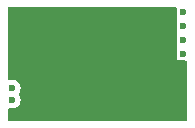
<source format=gbl>
G04 #@! TF.GenerationSoftware,KiCad,Pcbnew,7.0.7*
G04 #@! TF.CreationDate,2023-09-08T07:57:39+03:00*
G04 #@! TF.ProjectId,hellen1-vr-max9924,68656c6c-656e-4312-9d76-722d6d617839,rev?*
G04 #@! TF.SameCoordinates,PX4a19ba0PY5aa5910*
G04 #@! TF.FileFunction,Copper,L4,Bot*
G04 #@! TF.FilePolarity,Positive*
%FSLAX46Y46*%
G04 Gerber Fmt 4.6, Leading zero omitted, Abs format (unit mm)*
G04 Created by KiCad (PCBNEW 7.0.7) date 2023-09-08 07:57:39*
%MOMM*%
%LPD*%
G01*
G04 APERTURE LIST*
G04 #@! TA.AperFunction,ComponentPad*
%ADD10C,0.600000*%
G04 #@! TD*
G04 #@! TA.AperFunction,SMDPad,CuDef*
%ADD11R,0.250000X6.185000*%
G04 #@! TD*
G04 #@! TA.AperFunction,SMDPad,CuDef*
%ADD12R,0.250000X1.115000*%
G04 #@! TD*
G04 #@! TA.AperFunction,SMDPad,CuDef*
%ADD13R,14.275000X0.250000*%
G04 #@! TD*
G04 #@! TA.AperFunction,SMDPad,CuDef*
%ADD14R,15.100000X0.250000*%
G04 #@! TD*
G04 #@! TA.AperFunction,SMDPad,CuDef*
%ADD15R,0.250000X5.175000*%
G04 #@! TD*
G04 #@! TA.AperFunction,ViaPad*
%ADD16C,0.600000*%
G04 #@! TD*
G04 APERTURE END LIST*
D10*
G04 #@! TO.P,M771,E1,NC*
G04 #@! TO.N,unconnected-(M771-NC-PadE1)*
X14800000Y6900000D03*
G04 #@! TO.P,M771,E2,NC*
G04 #@! TO.N,unconnected-(M771-NC-PadE2)*
X14800000Y5700000D03*
G04 #@! TO.P,M771,E3,OUT*
G04 #@! TO.N,output*
X14800000Y8100000D03*
G04 #@! TO.P,M771,E4,V5_IN*
G04 #@! TO.N,+5V*
X14800000Y9300000D03*
D11*
G04 #@! TO.P,M771,G,GND*
G04 #@! TO.N,GND*
X150000Y6632500D03*
D12*
X150000Y582500D03*
D13*
X7162500Y9600000D03*
D14*
X7575000Y150000D03*
D15*
X15000000Y2612500D03*
D10*
G04 #@! TO.P,M771,W1,VR-*
G04 #@! TO.N,VR-*
X375000Y2840000D03*
G04 #@! TO.P,M771,W2,VR+*
G04 #@! TO.N,VR+*
X375000Y1840000D03*
G04 #@! TD*
D16*
G04 #@! TO.N,GND*
X13808157Y6954079D03*
X700000Y5650000D03*
X8400000Y7250000D03*
X14500000Y4750000D03*
X7800000Y9050000D03*
X6800000Y650000D03*
X3600000Y650000D03*
X4200000Y9050000D03*
X12200000Y9050000D03*
X800000Y9050000D03*
X14500000Y1350000D03*
X5200000Y6750000D03*
X8817968Y5492919D03*
X13000000Y650000D03*
X3300000Y2750000D03*
X8600000Y650000D03*
X6700000Y2650000D03*
X11200000Y3750000D03*
X11800000Y1350000D03*
X2900000Y5450000D03*
X700000Y650000D03*
X9900000Y1550000D03*
X5300000Y4250000D03*
G04 #@! TD*
G04 #@! TA.AperFunction,Conductor*
G04 #@! TO.N,GND*
G36*
X14259191Y9706093D02*
G01*
X14295155Y9656593D01*
X14300000Y9626001D01*
X14300000Y5200000D01*
X14300001Y5200000D01*
X15026000Y5200000D01*
X15084191Y5181093D01*
X15120155Y5131593D01*
X15125000Y5101000D01*
X15125000Y124500D01*
X15106093Y66309D01*
X15056593Y30345D01*
X15026000Y25500D01*
X124500Y25500D01*
X66309Y44407D01*
X30345Y93907D01*
X25500Y124500D01*
X25500Y1041000D01*
X44407Y1099191D01*
X93907Y1135155D01*
X124500Y1140000D01*
X282828Y1140000D01*
X288800Y1139639D01*
X289944Y1139500D01*
X460053Y1139500D01*
X460056Y1139500D01*
X625225Y1180210D01*
X775852Y1259266D01*
X903183Y1372071D01*
X999818Y1512070D01*
X1060140Y1671128D01*
X1080645Y1840000D01*
X1060140Y2008872D01*
X999818Y2167930D01*
X919863Y2283764D01*
X902368Y2342391D01*
X919863Y2396237D01*
X999818Y2512070D01*
X1060140Y2671128D01*
X1080645Y2840000D01*
X1060140Y3008872D01*
X999818Y3167930D01*
X903183Y3307929D01*
X775852Y3420734D01*
X625225Y3499790D01*
X625224Y3499791D01*
X625223Y3499791D01*
X460058Y3540500D01*
X460056Y3540500D01*
X289944Y3540500D01*
X288798Y3540361D01*
X282828Y3540000D01*
X124500Y3540000D01*
X66309Y3558907D01*
X30345Y3608407D01*
X25500Y3639000D01*
X25500Y9626000D01*
X44407Y9684191D01*
X93907Y9720155D01*
X124500Y9725000D01*
X14201000Y9725000D01*
X14259191Y9706093D01*
G37*
G04 #@! TD.AperFunction*
G04 #@! TD*
M02*

</source>
